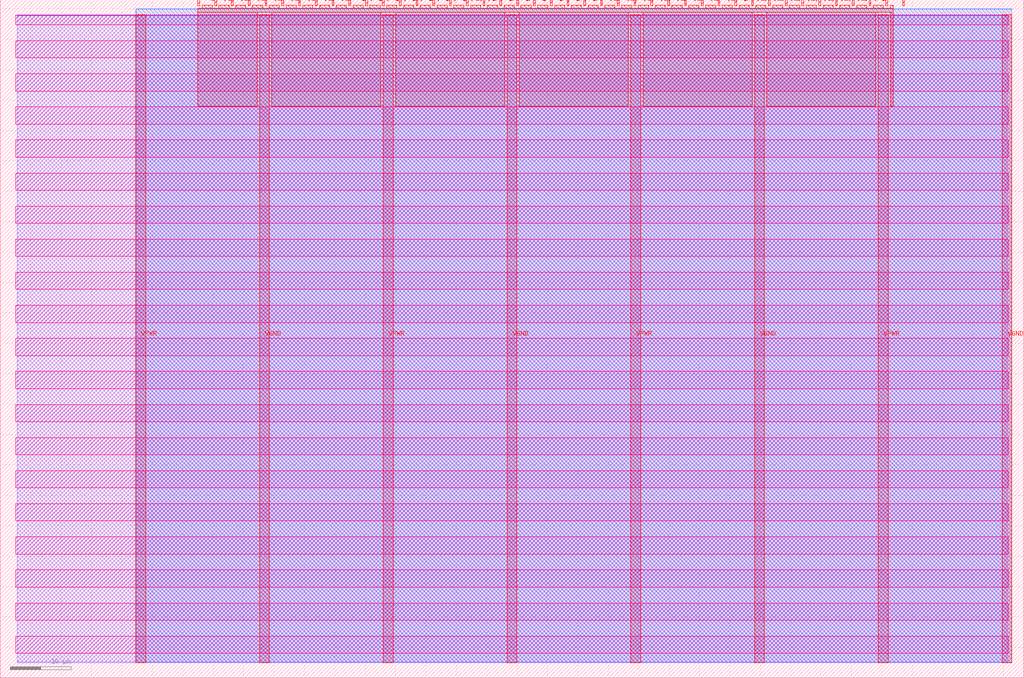
<source format=lef>
VERSION 5.7 ;
  NOWIREEXTENSIONATPIN ON ;
  DIVIDERCHAR "/" ;
  BUSBITCHARS "[]" ;
MACRO tt_um_stdp_dup
  CLASS BLOCK ;
  FOREIGN tt_um_stdp_dup ;
  ORIGIN 0.000 0.000 ;
  SIZE 168.360 BY 111.520 ;
  PIN VGND
    DIRECTION INOUT ;
    USE GROUND ;
    PORT
      LAYER met4 ;
        RECT 42.670 2.480 44.270 109.040 ;
    END
    PORT
      LAYER met4 ;
        RECT 83.380 2.480 84.980 109.040 ;
    END
    PORT
      LAYER met4 ;
        RECT 124.090 2.480 125.690 109.040 ;
    END
    PORT
      LAYER met4 ;
        RECT 164.800 2.480 166.400 109.040 ;
    END
  END VGND
  PIN VPWR
    DIRECTION INOUT ;
    USE POWER ;
    PORT
      LAYER met4 ;
        RECT 22.315 2.480 23.915 109.040 ;
    END
    PORT
      LAYER met4 ;
        RECT 63.025 2.480 64.625 109.040 ;
    END
    PORT
      LAYER met4 ;
        RECT 103.735 2.480 105.335 109.040 ;
    END
    PORT
      LAYER met4 ;
        RECT 144.445 2.480 146.045 109.040 ;
    END
  END VPWR
  PIN clk
    DIRECTION INPUT ;
    USE SIGNAL ;
    ANTENNAGATEAREA 0.852000 ;
    PORT
      LAYER met4 ;
        RECT 145.670 110.520 145.970 111.520 ;
    END
  END clk
  PIN ena
    DIRECTION INPUT ;
    USE SIGNAL ;
    PORT
      LAYER met4 ;
        RECT 148.430 110.520 148.730 111.520 ;
    END
  END ena
  PIN rst_n
    DIRECTION INPUT ;
    USE SIGNAL ;
    ANTENNAGATEAREA 0.213000 ;
    PORT
      LAYER met4 ;
        RECT 142.910 110.520 143.210 111.520 ;
    END
  END rst_n
  PIN ui_in[0]
    DIRECTION INPUT ;
    USE SIGNAL ;
    ANTENNAGATEAREA 0.196500 ;
    PORT
      LAYER met4 ;
        RECT 140.150 110.520 140.450 111.520 ;
    END
  END ui_in[0]
  PIN ui_in[1]
    DIRECTION INPUT ;
    USE SIGNAL ;
    ANTENNAGATEAREA 0.196500 ;
    PORT
      LAYER met4 ;
        RECT 137.390 110.520 137.690 111.520 ;
    END
  END ui_in[1]
  PIN ui_in[2]
    DIRECTION INPUT ;
    USE SIGNAL ;
    ANTENNAGATEAREA 0.196500 ;
    PORT
      LAYER met4 ;
        RECT 134.630 110.520 134.930 111.520 ;
    END
  END ui_in[2]
  PIN ui_in[3]
    DIRECTION INPUT ;
    USE SIGNAL ;
    ANTENNAGATEAREA 0.196500 ;
    PORT
      LAYER met4 ;
        RECT 131.870 110.520 132.170 111.520 ;
    END
  END ui_in[3]
  PIN ui_in[4]
    DIRECTION INPUT ;
    USE SIGNAL ;
    ANTENNAGATEAREA 0.196500 ;
    PORT
      LAYER met4 ;
        RECT 129.110 110.520 129.410 111.520 ;
    END
  END ui_in[4]
  PIN ui_in[5]
    DIRECTION INPUT ;
    USE SIGNAL ;
    ANTENNAGATEAREA 0.196500 ;
    PORT
      LAYER met4 ;
        RECT 126.350 110.520 126.650 111.520 ;
    END
  END ui_in[5]
  PIN ui_in[6]
    DIRECTION INPUT ;
    USE SIGNAL ;
    ANTENNAGATEAREA 0.196500 ;
    PORT
      LAYER met4 ;
        RECT 123.590 110.520 123.890 111.520 ;
    END
  END ui_in[6]
  PIN ui_in[7]
    DIRECTION INPUT ;
    USE SIGNAL ;
    ANTENNAGATEAREA 0.196500 ;
    PORT
      LAYER met4 ;
        RECT 120.830 110.520 121.130 111.520 ;
    END
  END ui_in[7]
  PIN uio_in[0]
    DIRECTION INPUT ;
    USE SIGNAL ;
    PORT
      LAYER met4 ;
        RECT 118.070 110.520 118.370 111.520 ;
    END
  END uio_in[0]
  PIN uio_in[1]
    DIRECTION INPUT ;
    USE SIGNAL ;
    PORT
      LAYER met4 ;
        RECT 115.310 110.520 115.610 111.520 ;
    END
  END uio_in[1]
  PIN uio_in[2]
    DIRECTION INPUT ;
    USE SIGNAL ;
    PORT
      LAYER met4 ;
        RECT 112.550 110.520 112.850 111.520 ;
    END
  END uio_in[2]
  PIN uio_in[3]
    DIRECTION INPUT ;
    USE SIGNAL ;
    PORT
      LAYER met4 ;
        RECT 109.790 110.520 110.090 111.520 ;
    END
  END uio_in[3]
  PIN uio_in[4]
    DIRECTION INPUT ;
    USE SIGNAL ;
    PORT
      LAYER met4 ;
        RECT 107.030 110.520 107.330 111.520 ;
    END
  END uio_in[4]
  PIN uio_in[5]
    DIRECTION INPUT ;
    USE SIGNAL ;
    PORT
      LAYER met4 ;
        RECT 104.270 110.520 104.570 111.520 ;
    END
  END uio_in[5]
  PIN uio_in[6]
    DIRECTION INPUT ;
    USE SIGNAL ;
    PORT
      LAYER met4 ;
        RECT 101.510 110.520 101.810 111.520 ;
    END
  END uio_in[6]
  PIN uio_in[7]
    DIRECTION INPUT ;
    USE SIGNAL ;
    PORT
      LAYER met4 ;
        RECT 98.750 110.520 99.050 111.520 ;
    END
  END uio_in[7]
  PIN uio_oe[0]
    DIRECTION OUTPUT TRISTATE ;
    USE SIGNAL ;
    PORT
      LAYER met4 ;
        RECT 51.830 110.520 52.130 111.520 ;
    END
  END uio_oe[0]
  PIN uio_oe[1]
    DIRECTION OUTPUT TRISTATE ;
    USE SIGNAL ;
    PORT
      LAYER met4 ;
        RECT 49.070 110.520 49.370 111.520 ;
    END
  END uio_oe[1]
  PIN uio_oe[2]
    DIRECTION OUTPUT TRISTATE ;
    USE SIGNAL ;
    PORT
      LAYER met4 ;
        RECT 46.310 110.520 46.610 111.520 ;
    END
  END uio_oe[2]
  PIN uio_oe[3]
    DIRECTION OUTPUT TRISTATE ;
    USE SIGNAL ;
    PORT
      LAYER met4 ;
        RECT 43.550 110.520 43.850 111.520 ;
    END
  END uio_oe[3]
  PIN uio_oe[4]
    DIRECTION OUTPUT TRISTATE ;
    USE SIGNAL ;
    PORT
      LAYER met4 ;
        RECT 40.790 110.520 41.090 111.520 ;
    END
  END uio_oe[4]
  PIN uio_oe[5]
    DIRECTION OUTPUT TRISTATE ;
    USE SIGNAL ;
    PORT
      LAYER met4 ;
        RECT 38.030 110.520 38.330 111.520 ;
    END
  END uio_oe[5]
  PIN uio_oe[6]
    DIRECTION OUTPUT TRISTATE ;
    USE SIGNAL ;
    PORT
      LAYER met4 ;
        RECT 35.270 110.520 35.570 111.520 ;
    END
  END uio_oe[6]
  PIN uio_oe[7]
    DIRECTION OUTPUT TRISTATE ;
    USE SIGNAL ;
    PORT
      LAYER met4 ;
        RECT 32.510 110.520 32.810 111.520 ;
    END
  END uio_oe[7]
  PIN uio_out[0]
    DIRECTION OUTPUT TRISTATE ;
    USE SIGNAL ;
    PORT
      LAYER met4 ;
        RECT 73.910 110.520 74.210 111.520 ;
    END
  END uio_out[0]
  PIN uio_out[1]
    DIRECTION OUTPUT TRISTATE ;
    USE SIGNAL ;
    PORT
      LAYER met4 ;
        RECT 71.150 110.520 71.450 111.520 ;
    END
  END uio_out[1]
  PIN uio_out[2]
    DIRECTION OUTPUT TRISTATE ;
    USE SIGNAL ;
    PORT
      LAYER met4 ;
        RECT 68.390 110.520 68.690 111.520 ;
    END
  END uio_out[2]
  PIN uio_out[3]
    DIRECTION OUTPUT TRISTATE ;
    USE SIGNAL ;
    PORT
      LAYER met4 ;
        RECT 65.630 110.520 65.930 111.520 ;
    END
  END uio_out[3]
  PIN uio_out[4]
    DIRECTION OUTPUT TRISTATE ;
    USE SIGNAL ;
    PORT
      LAYER met4 ;
        RECT 62.870 110.520 63.170 111.520 ;
    END
  END uio_out[4]
  PIN uio_out[5]
    DIRECTION OUTPUT TRISTATE ;
    USE SIGNAL ;
    PORT
      LAYER met4 ;
        RECT 60.110 110.520 60.410 111.520 ;
    END
  END uio_out[5]
  PIN uio_out[6]
    DIRECTION OUTPUT TRISTATE ;
    USE SIGNAL ;
    PORT
      LAYER met4 ;
        RECT 57.350 110.520 57.650 111.520 ;
    END
  END uio_out[6]
  PIN uio_out[7]
    DIRECTION OUTPUT TRISTATE ;
    USE SIGNAL ;
    ANTENNADIFFAREA 0.795200 ;
    PORT
      LAYER met4 ;
        RECT 54.590 110.520 54.890 111.520 ;
    END
  END uio_out[7]
  PIN uo_out[0]
    DIRECTION OUTPUT TRISTATE ;
    USE SIGNAL ;
    ANTENNADIFFAREA 0.445500 ;
    PORT
      LAYER met4 ;
        RECT 95.990 110.520 96.290 111.520 ;
    END
  END uo_out[0]
  PIN uo_out[1]
    DIRECTION OUTPUT TRISTATE ;
    USE SIGNAL ;
    ANTENNAGATEAREA 0.499500 ;
    ANTENNADIFFAREA 0.891000 ;
    PORT
      LAYER met4 ;
        RECT 93.230 110.520 93.530 111.520 ;
    END
  END uo_out[1]
  PIN uo_out[2]
    DIRECTION OUTPUT TRISTATE ;
    USE SIGNAL ;
    ANTENNAGATEAREA 1.120500 ;
    ANTENNADIFFAREA 0.891000 ;
    PORT
      LAYER met4 ;
        RECT 90.470 110.520 90.770 111.520 ;
    END
  END uo_out[2]
  PIN uo_out[3]
    DIRECTION OUTPUT TRISTATE ;
    USE SIGNAL ;
    ANTENNAGATEAREA 2.727000 ;
    ANTENNADIFFAREA 0.891000 ;
    PORT
      LAYER met4 ;
        RECT 87.710 110.520 88.010 111.520 ;
    END
  END uo_out[3]
  PIN uo_out[4]
    DIRECTION OUTPUT TRISTATE ;
    USE SIGNAL ;
    ANTENNAGATEAREA 2.853000 ;
    ANTENNADIFFAREA 0.891000 ;
    PORT
      LAYER met4 ;
        RECT 84.950 110.520 85.250 111.520 ;
    END
  END uo_out[4]
  PIN uo_out[5]
    DIRECTION OUTPUT TRISTATE ;
    USE SIGNAL ;
    ANTENNAGATEAREA 2.232000 ;
    ANTENNADIFFAREA 0.891000 ;
    PORT
      LAYER met4 ;
        RECT 82.190 110.520 82.490 111.520 ;
    END
  END uo_out[5]
  PIN uo_out[6]
    DIRECTION OUTPUT TRISTATE ;
    USE SIGNAL ;
    ANTENNAGATEAREA 2.853000 ;
    ANTENNADIFFAREA 0.891000 ;
    PORT
      LAYER met4 ;
        RECT 79.430 110.520 79.730 111.520 ;
    END
  END uo_out[6]
  PIN uo_out[7]
    DIRECTION OUTPUT TRISTATE ;
    USE SIGNAL ;
    ANTENNAGATEAREA 1.444500 ;
    ANTENNADIFFAREA 0.891000 ;
    PORT
      LAYER met4 ;
        RECT 76.670 110.520 76.970 111.520 ;
    END
  END uo_out[7]
  OBS
      LAYER nwell ;
        RECT 2.570 107.385 165.790 108.990 ;
        RECT 2.570 101.945 165.790 104.775 ;
        RECT 2.570 96.505 165.790 99.335 ;
        RECT 2.570 91.065 165.790 93.895 ;
        RECT 2.570 85.625 165.790 88.455 ;
        RECT 2.570 80.185 165.790 83.015 ;
        RECT 2.570 74.745 165.790 77.575 ;
        RECT 2.570 69.305 165.790 72.135 ;
        RECT 2.570 63.865 165.790 66.695 ;
        RECT 2.570 58.425 165.790 61.255 ;
        RECT 2.570 52.985 165.790 55.815 ;
        RECT 2.570 47.545 165.790 50.375 ;
        RECT 2.570 42.105 165.790 44.935 ;
        RECT 2.570 36.665 165.790 39.495 ;
        RECT 2.570 31.225 165.790 34.055 ;
        RECT 2.570 25.785 165.790 28.615 ;
        RECT 2.570 20.345 165.790 23.175 ;
        RECT 2.570 14.905 165.790 17.735 ;
        RECT 2.570 9.465 165.790 12.295 ;
        RECT 2.570 4.025 165.790 6.855 ;
      LAYER li1 ;
        RECT 2.760 2.635 165.600 108.885 ;
      LAYER met1 ;
        RECT 2.760 2.480 166.400 109.040 ;
      LAYER met2 ;
        RECT 22.345 2.535 166.370 110.005 ;
      LAYER met3 ;
        RECT 22.325 2.555 166.390 109.985 ;
      LAYER met4 ;
        RECT 33.210 110.120 34.870 110.650 ;
        RECT 35.970 110.120 37.630 110.650 ;
        RECT 38.730 110.120 40.390 110.650 ;
        RECT 41.490 110.120 43.150 110.650 ;
        RECT 44.250 110.120 45.910 110.650 ;
        RECT 47.010 110.120 48.670 110.650 ;
        RECT 49.770 110.120 51.430 110.650 ;
        RECT 52.530 110.120 54.190 110.650 ;
        RECT 55.290 110.120 56.950 110.650 ;
        RECT 58.050 110.120 59.710 110.650 ;
        RECT 60.810 110.120 62.470 110.650 ;
        RECT 63.570 110.120 65.230 110.650 ;
        RECT 66.330 110.120 67.990 110.650 ;
        RECT 69.090 110.120 70.750 110.650 ;
        RECT 71.850 110.120 73.510 110.650 ;
        RECT 74.610 110.120 76.270 110.650 ;
        RECT 77.370 110.120 79.030 110.650 ;
        RECT 80.130 110.120 81.790 110.650 ;
        RECT 82.890 110.120 84.550 110.650 ;
        RECT 85.650 110.120 87.310 110.650 ;
        RECT 88.410 110.120 90.070 110.650 ;
        RECT 91.170 110.120 92.830 110.650 ;
        RECT 93.930 110.120 95.590 110.650 ;
        RECT 96.690 110.120 98.350 110.650 ;
        RECT 99.450 110.120 101.110 110.650 ;
        RECT 102.210 110.120 103.870 110.650 ;
        RECT 104.970 110.120 106.630 110.650 ;
        RECT 107.730 110.120 109.390 110.650 ;
        RECT 110.490 110.120 112.150 110.650 ;
        RECT 113.250 110.120 114.910 110.650 ;
        RECT 116.010 110.120 117.670 110.650 ;
        RECT 118.770 110.120 120.430 110.650 ;
        RECT 121.530 110.120 123.190 110.650 ;
        RECT 124.290 110.120 125.950 110.650 ;
        RECT 127.050 110.120 128.710 110.650 ;
        RECT 129.810 110.120 131.470 110.650 ;
        RECT 132.570 110.120 134.230 110.650 ;
        RECT 135.330 110.120 136.990 110.650 ;
        RECT 138.090 110.120 139.750 110.650 ;
        RECT 140.850 110.120 142.510 110.650 ;
        RECT 143.610 110.120 145.270 110.650 ;
        RECT 146.370 110.120 146.905 110.650 ;
        RECT 32.495 109.440 146.905 110.120 ;
        RECT 32.495 94.015 42.270 109.440 ;
        RECT 44.670 94.015 62.625 109.440 ;
        RECT 65.025 94.015 82.980 109.440 ;
        RECT 85.380 94.015 103.335 109.440 ;
        RECT 105.735 94.015 123.690 109.440 ;
        RECT 126.090 94.015 144.045 109.440 ;
        RECT 146.445 94.015 146.905 109.440 ;
  END
END tt_um_stdp_dup
END LIBRARY


</source>
